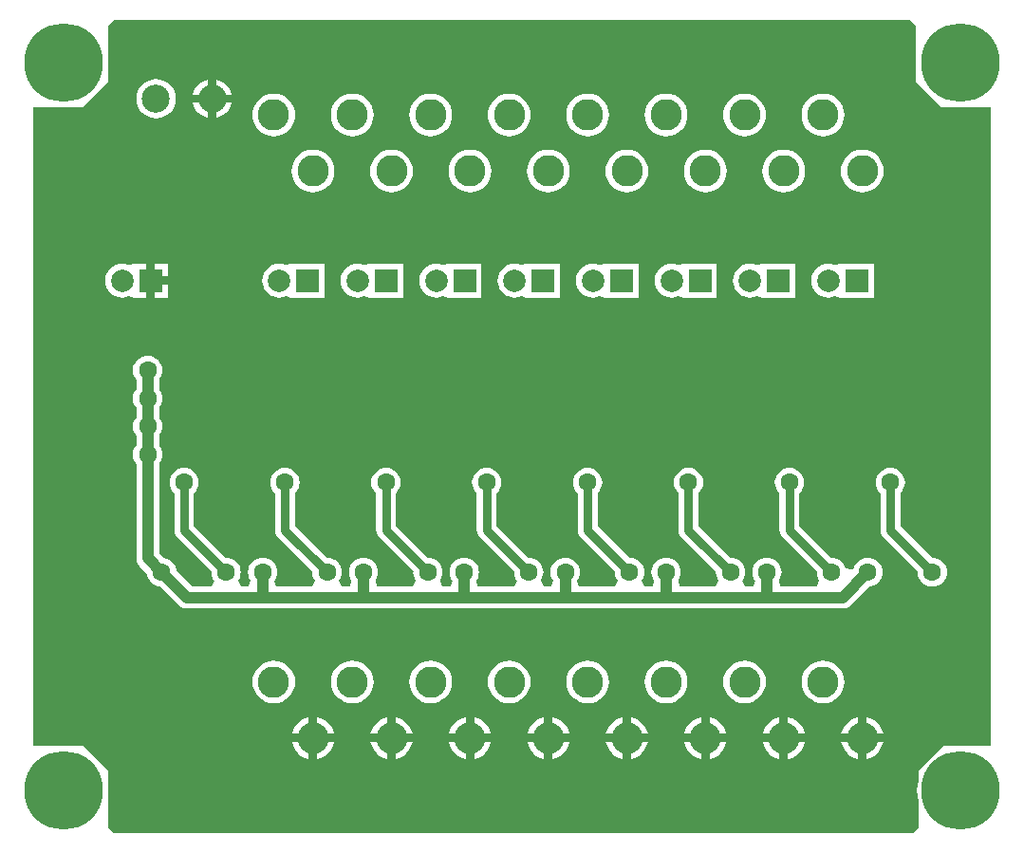
<source format=gbl>
G04 Layer_Physical_Order=2*
G04 Layer_Color=16711680*
%FSLAX25Y25*%
%MOIN*%
G70*
G01*
G75*
%ADD10C,0.03937*%
%ADD11C,0.02953*%
%ADD12C,0.09843*%
%ADD13C,0.27559*%
%ADD14C,0.11024*%
%ADD15C,0.07874*%
%ADD16R,0.07874X0.07874*%
%ADD17C,0.06299*%
G36*
X316929Y290354D02*
X318898Y288386D01*
X318898Y268701D01*
X327756Y259842D01*
X345472Y259842D01*
Y35433D01*
X328740Y35433D01*
X319882Y26575D01*
Y23157D01*
X319586Y21668D01*
X319456Y19685D01*
X319586Y17702D01*
X319882Y16213D01*
X319882Y6890D01*
X317913Y4921D01*
X37402D01*
X35433Y6890D01*
X35433Y26575D01*
X26575Y35433D01*
X8858Y35433D01*
Y259842D01*
X26575Y259842D01*
X35433Y268701D01*
X35433Y288386D01*
X37402Y290354D01*
X316929D01*
D02*
G37*
%LPC*%
G36*
X301673Y45558D02*
Y39665D01*
X307566D01*
X307141Y41065D01*
X306447Y42365D01*
X305512Y43504D01*
X304373Y44439D01*
X303073Y45133D01*
X301673Y45558D01*
D02*
G37*
G36*
X163878D02*
Y39665D01*
X169771D01*
X169346Y41065D01*
X168651Y42365D01*
X167717Y43504D01*
X166577Y44439D01*
X165278Y45133D01*
X163878Y45558D01*
D02*
G37*
G36*
X133366Y45558D02*
X131966Y45133D01*
X130667Y44439D01*
X129527Y43504D01*
X128593Y42365D01*
X127898Y41065D01*
X127473Y39665D01*
X133366D01*
Y45558D01*
D02*
G37*
G36*
X216043D02*
X214643Y45133D01*
X213344Y44439D01*
X212205Y43504D01*
X211270Y42365D01*
X210575Y41065D01*
X210151Y39665D01*
X216043D01*
Y45558D01*
D02*
G37*
G36*
X298721D02*
X297320Y45133D01*
X296021Y44439D01*
X294882Y43504D01*
X293947Y42365D01*
X293252Y41065D01*
X292828Y39665D01*
X298721D01*
Y45558D01*
D02*
G37*
G36*
X108760Y45558D02*
Y39665D01*
X114653D01*
X114228Y41065D01*
X113533Y42365D01*
X112598Y43504D01*
X111459Y44439D01*
X110160Y45133D01*
X108760Y45558D01*
D02*
G37*
G36*
X243602D02*
X242202Y45133D01*
X240903Y44439D01*
X239764Y43504D01*
X238829Y42365D01*
X238134Y41065D01*
X237710Y39665D01*
X243602D01*
Y45558D01*
D02*
G37*
G36*
X160925Y45558D02*
X159525Y45133D01*
X158226Y44439D01*
X157087Y43504D01*
X156152Y42365D01*
X155457Y41065D01*
X155033Y39665D01*
X160925D01*
Y45558D01*
D02*
G37*
G36*
X246555Y45558D02*
Y39665D01*
X252448D01*
X252023Y41065D01*
X251328Y42365D01*
X250394Y43504D01*
X249255Y44439D01*
X247955Y45133D01*
X246555Y45558D01*
D02*
G37*
G36*
X148622Y65390D02*
X147156Y65246D01*
X145746Y64818D01*
X144446Y64124D01*
X143307Y63189D01*
X142372Y62050D01*
X141678Y60751D01*
X141250Y59340D01*
X141105Y57874D01*
X141250Y56408D01*
X141678Y54998D01*
X142372Y53698D01*
X143307Y52559D01*
X144446Y51624D01*
X145746Y50930D01*
X147156Y50502D01*
X148622Y50358D01*
X150088Y50502D01*
X151498Y50930D01*
X152798Y51624D01*
X153937Y52559D01*
X154872Y53698D01*
X155566Y54998D01*
X155994Y56408D01*
X156139Y57874D01*
X155994Y59340D01*
X155566Y60751D01*
X154872Y62050D01*
X153937Y63189D01*
X152798Y64124D01*
X151498Y64818D01*
X150088Y65246D01*
X148622Y65390D01*
D02*
G37*
G36*
X121063D02*
X119597Y65246D01*
X118187Y64818D01*
X116887Y64124D01*
X115748Y63189D01*
X114813Y62050D01*
X114119Y60751D01*
X113691Y59340D01*
X113547Y57874D01*
X113691Y56408D01*
X114119Y54998D01*
X114813Y53698D01*
X115748Y52559D01*
X116887Y51624D01*
X118187Y50930D01*
X119597Y50502D01*
X121063Y50358D01*
X122529Y50502D01*
X123939Y50930D01*
X125239Y51624D01*
X126378Y52559D01*
X127313Y53698D01*
X128007Y54998D01*
X128435Y56408D01*
X128579Y57874D01*
X128435Y59340D01*
X128007Y60751D01*
X127313Y62050D01*
X126378Y63189D01*
X125239Y64124D01*
X123939Y64818D01*
X122529Y65246D01*
X121063Y65390D01*
D02*
G37*
G36*
X203740D02*
X202274Y65246D01*
X200864Y64818D01*
X199564Y64124D01*
X198425Y63189D01*
X197490Y62050D01*
X196796Y60751D01*
X196368Y59340D01*
X196224Y57874D01*
X196368Y56408D01*
X196796Y54998D01*
X197490Y53698D01*
X198425Y52559D01*
X199564Y51624D01*
X200864Y50930D01*
X202274Y50502D01*
X203740Y50358D01*
X205207Y50502D01*
X206617Y50930D01*
X207916Y51624D01*
X209055Y52559D01*
X209990Y53698D01*
X210684Y54998D01*
X211112Y56408D01*
X211257Y57874D01*
X211112Y59340D01*
X210684Y60751D01*
X209990Y62050D01*
X209055Y63189D01*
X207916Y64124D01*
X206617Y64818D01*
X205207Y65246D01*
X203740Y65390D01*
D02*
G37*
G36*
X176181D02*
X174715Y65246D01*
X173305Y64818D01*
X172005Y64124D01*
X170866Y63189D01*
X169931Y62050D01*
X169237Y60751D01*
X168809Y59340D01*
X168665Y57874D01*
X168809Y56408D01*
X169237Y54998D01*
X169931Y53698D01*
X170866Y52559D01*
X172005Y51624D01*
X173305Y50930D01*
X174715Y50502D01*
X176181Y50358D01*
X177647Y50502D01*
X179058Y50930D01*
X180357Y51624D01*
X181496Y52559D01*
X182431Y53698D01*
X183125Y54998D01*
X183553Y56408D01*
X183698Y57874D01*
X183553Y59340D01*
X183125Y60751D01*
X182431Y62050D01*
X181496Y63189D01*
X180357Y64124D01*
X179058Y64818D01*
X177647Y65246D01*
X176181Y65390D01*
D02*
G37*
G36*
X93504D02*
X92037Y65246D01*
X90627Y64818D01*
X89328Y64124D01*
X88189Y63189D01*
X87254Y62050D01*
X86560Y60751D01*
X86132Y59340D01*
X85987Y57874D01*
X86132Y56408D01*
X86560Y54998D01*
X87254Y53698D01*
X88189Y52559D01*
X89328Y51624D01*
X90627Y50930D01*
X92037Y50502D01*
X93504Y50358D01*
X94970Y50502D01*
X96380Y50930D01*
X97680Y51624D01*
X98819Y52559D01*
X99754Y53698D01*
X100448Y54998D01*
X100876Y56408D01*
X101020Y57874D01*
X100876Y59340D01*
X100448Y60751D01*
X99754Y62050D01*
X98819Y63189D01*
X97680Y64124D01*
X96380Y64818D01*
X94970Y65246D01*
X93504Y65390D01*
D02*
G37*
G36*
X218996Y45558D02*
Y39665D01*
X224889D01*
X224464Y41065D01*
X223769Y42365D01*
X222835Y43504D01*
X221696Y44439D01*
X220396Y45133D01*
X218996Y45558D01*
D02*
G37*
G36*
X136319D02*
Y39665D01*
X142212D01*
X141787Y41065D01*
X141092Y42365D01*
X140157Y43504D01*
X139018Y44439D01*
X137719Y45133D01*
X136319Y45558D01*
D02*
G37*
G36*
X191437Y45558D02*
Y39665D01*
X197330D01*
X196905Y41065D01*
X196210Y42365D01*
X195276Y43504D01*
X194137Y44439D01*
X192837Y45133D01*
X191437Y45558D01*
D02*
G37*
G36*
X188484Y45558D02*
X187084Y45133D01*
X185785Y44439D01*
X184646Y43504D01*
X183711Y42365D01*
X183016Y41065D01*
X182592Y39665D01*
X188484D01*
Y45558D01*
D02*
G37*
G36*
X105807Y45558D02*
X104407Y45133D01*
X103108Y44439D01*
X101969Y43504D01*
X101034Y42365D01*
X100339Y41065D01*
X99914Y39665D01*
X105807D01*
Y45558D01*
D02*
G37*
G36*
Y36713D02*
X99914D01*
X100339Y35313D01*
X101034Y34013D01*
X101969Y32874D01*
X103108Y31939D01*
X104407Y31245D01*
X105807Y30820D01*
Y36713D01*
D02*
G37*
G36*
X280007Y36713D02*
X274114D01*
Y30820D01*
X275514Y31245D01*
X276814Y31939D01*
X277953Y32874D01*
X278888Y34013D01*
X279582Y35313D01*
X280007Y36713D01*
D02*
G37*
G36*
X114653Y36713D02*
X108760D01*
Y30820D01*
X110160Y31245D01*
X111459Y31939D01*
X112598Y32874D01*
X113533Y34013D01*
X114228Y35313D01*
X114653Y36713D01*
D02*
G37*
G36*
X243602D02*
X237710D01*
X238134Y35313D01*
X238829Y34013D01*
X239764Y32874D01*
X240903Y31939D01*
X242202Y31245D01*
X243602Y30820D01*
Y36713D01*
D02*
G37*
G36*
X160925Y36713D02*
X155033D01*
X155457Y35313D01*
X156152Y34013D01*
X157087Y32874D01*
X158226Y31939D01*
X159525Y31245D01*
X160925Y30820D01*
Y36713D01*
D02*
G37*
G36*
X133366Y36713D02*
X127473D01*
X127898Y35313D01*
X128593Y34013D01*
X129527Y32874D01*
X130667Y31939D01*
X131966Y31245D01*
X133366Y30820D01*
Y36713D01*
D02*
G37*
G36*
X188484Y36713D02*
X182592D01*
X183016Y35313D01*
X183711Y34013D01*
X184646Y32874D01*
X185785Y31939D01*
X187084Y31245D01*
X188484Y30820D01*
Y36713D01*
D02*
G37*
G36*
X298721Y36713D02*
X292828D01*
X293252Y35313D01*
X293947Y34013D01*
X294882Y32874D01*
X296021Y31939D01*
X297320Y31245D01*
X298721Y30820D01*
Y36713D01*
D02*
G37*
G36*
X216043Y36713D02*
X210151D01*
X210575Y35313D01*
X211270Y34013D01*
X212205Y32874D01*
X213344Y31939D01*
X214643Y31245D01*
X216043Y30820D01*
Y36713D01*
D02*
G37*
G36*
X197330Y36713D02*
X191437D01*
Y30820D01*
X192837Y31245D01*
X194137Y31939D01*
X195276Y32874D01*
X196210Y34013D01*
X196905Y35313D01*
X197330Y36713D01*
D02*
G37*
G36*
X142212Y36713D02*
X136319D01*
Y30820D01*
X137719Y31245D01*
X139018Y31939D01*
X140157Y32874D01*
X141092Y34013D01*
X141787Y35313D01*
X142212Y36713D01*
D02*
G37*
G36*
X274114Y45558D02*
Y39665D01*
X280007D01*
X279582Y41065D01*
X278888Y42365D01*
X277953Y43504D01*
X276814Y44439D01*
X275514Y45133D01*
X274114Y45558D01*
D02*
G37*
G36*
X271161Y45558D02*
X269761Y45133D01*
X268462Y44439D01*
X267323Y43504D01*
X266388Y42365D01*
X265693Y41065D01*
X265269Y39665D01*
X271161D01*
Y45558D01*
D02*
G37*
G36*
X224889Y36713D02*
X218996D01*
Y30820D01*
X220396Y31245D01*
X221696Y31939D01*
X222835Y32874D01*
X223769Y34013D01*
X224464Y35313D01*
X224889Y36713D01*
D02*
G37*
G36*
X271161Y36713D02*
X265269D01*
X265693Y35313D01*
X266388Y34013D01*
X267323Y32874D01*
X268462Y31939D01*
X269761Y31245D01*
X271161Y30820D01*
Y36713D01*
D02*
G37*
G36*
X252448Y36713D02*
X246555D01*
Y30820D01*
X247955Y31245D01*
X249255Y31939D01*
X250394Y32874D01*
X251328Y34013D01*
X252023Y35313D01*
X252448Y36713D01*
D02*
G37*
G36*
X307566Y36713D02*
X301673D01*
Y30820D01*
X303073Y31245D01*
X304373Y31939D01*
X305512Y32874D01*
X306447Y34013D01*
X307141Y35313D01*
X307566Y36713D01*
D02*
G37*
G36*
X169771D02*
X163878D01*
Y30820D01*
X165278Y31245D01*
X166577Y31939D01*
X167717Y32874D01*
X168651Y34013D01*
X169346Y35313D01*
X169771Y36713D01*
D02*
G37*
G36*
X121063Y264603D02*
X119597Y264459D01*
X118187Y264031D01*
X116887Y263336D01*
X115748Y262402D01*
X114813Y261263D01*
X114119Y259963D01*
X113691Y258553D01*
X113547Y257087D01*
X113691Y255620D01*
X114119Y254210D01*
X114813Y252911D01*
X115748Y251772D01*
X116887Y250837D01*
X118187Y250142D01*
X119597Y249714D01*
X121063Y249570D01*
X122529Y249714D01*
X123939Y250142D01*
X125239Y250837D01*
X126378Y251772D01*
X127313Y252911D01*
X128007Y254210D01*
X128435Y255620D01*
X128579Y257087D01*
X128435Y258553D01*
X128007Y259963D01*
X127313Y261263D01*
X126378Y262402D01*
X125239Y263336D01*
X123939Y264031D01*
X122529Y264459D01*
X121063Y264603D01*
D02*
G37*
G36*
X93504D02*
X92037Y264459D01*
X90627Y264031D01*
X89328Y263336D01*
X88189Y262402D01*
X87254Y261263D01*
X86560Y259963D01*
X86132Y258553D01*
X85987Y257087D01*
X86132Y255620D01*
X86560Y254210D01*
X87254Y252911D01*
X88189Y251772D01*
X89328Y250837D01*
X90627Y250142D01*
X92037Y249714D01*
X93504Y249570D01*
X94970Y249714D01*
X96380Y250142D01*
X97680Y250837D01*
X98819Y251772D01*
X99754Y252911D01*
X100448Y254210D01*
X100876Y255620D01*
X101020Y257087D01*
X100876Y258553D01*
X100448Y259963D01*
X99754Y261263D01*
X98819Y262402D01*
X97680Y263336D01*
X96380Y264031D01*
X94970Y264459D01*
X93504Y264603D01*
D02*
G37*
G36*
X176181D02*
X174715Y264459D01*
X173305Y264031D01*
X172005Y263336D01*
X170866Y262402D01*
X169931Y261263D01*
X169237Y259963D01*
X168809Y258553D01*
X168665Y257087D01*
X168809Y255620D01*
X169237Y254210D01*
X169931Y252911D01*
X170866Y251772D01*
X172005Y250837D01*
X173305Y250142D01*
X174715Y249714D01*
X176181Y249570D01*
X177647Y249714D01*
X179058Y250142D01*
X180357Y250837D01*
X181496Y251772D01*
X182431Y252911D01*
X183125Y254210D01*
X183553Y255620D01*
X183698Y257087D01*
X183553Y258553D01*
X183125Y259963D01*
X182431Y261263D01*
X181496Y262402D01*
X180357Y263336D01*
X179058Y264031D01*
X177647Y264459D01*
X176181Y264603D01*
D02*
G37*
G36*
X148622D02*
X147156Y264459D01*
X145746Y264031D01*
X144446Y263336D01*
X143307Y262402D01*
X142372Y261263D01*
X141678Y259963D01*
X141250Y258553D01*
X141105Y257087D01*
X141250Y255620D01*
X141678Y254210D01*
X142372Y252911D01*
X143307Y251772D01*
X144446Y250837D01*
X145746Y250142D01*
X147156Y249714D01*
X148622Y249570D01*
X150088Y249714D01*
X151498Y250142D01*
X152798Y250837D01*
X153937Y251772D01*
X154872Y252911D01*
X155566Y254210D01*
X155994Y255620D01*
X156139Y257087D01*
X155994Y258553D01*
X155566Y259963D01*
X154872Y261263D01*
X153937Y262402D01*
X152798Y263336D01*
X151498Y264031D01*
X150088Y264459D01*
X148622Y264603D01*
D02*
G37*
G36*
X300197Y244918D02*
X298730Y244774D01*
X297320Y244346D01*
X296021Y243651D01*
X294882Y242717D01*
X293947Y241578D01*
X293252Y240278D01*
X292825Y238868D01*
X292680Y237402D01*
X292825Y235935D01*
X293252Y234525D01*
X293947Y233226D01*
X294882Y232087D01*
X296021Y231152D01*
X297320Y230457D01*
X298730Y230030D01*
X300197Y229885D01*
X301663Y230030D01*
X303073Y230457D01*
X304373Y231152D01*
X305512Y232087D01*
X306447Y233226D01*
X307141Y234525D01*
X307569Y235935D01*
X307713Y237402D01*
X307569Y238868D01*
X307141Y240278D01*
X306447Y241578D01*
X305512Y242717D01*
X304373Y243651D01*
X303073Y244346D01*
X301663Y244774D01*
X300197Y244918D01*
D02*
G37*
G36*
X217520D02*
X216053Y244774D01*
X214643Y244346D01*
X213344Y243651D01*
X212205Y242717D01*
X211270Y241578D01*
X210575Y240278D01*
X210148Y238868D01*
X210003Y237402D01*
X210148Y235935D01*
X210575Y234525D01*
X211270Y233226D01*
X212205Y232087D01*
X213344Y231152D01*
X214643Y230457D01*
X216053Y230030D01*
X217520Y229885D01*
X218986Y230030D01*
X220396Y230457D01*
X221696Y231152D01*
X222835Y232087D01*
X223769Y233226D01*
X224464Y234525D01*
X224892Y235935D01*
X225036Y237402D01*
X224892Y238868D01*
X224464Y240278D01*
X223769Y241578D01*
X222835Y242717D01*
X221696Y243651D01*
X220396Y244346D01*
X218986Y244774D01*
X217520Y244918D01*
D02*
G37*
G36*
X189961D02*
X188494Y244774D01*
X187084Y244346D01*
X185785Y243651D01*
X184646Y242717D01*
X183711Y241578D01*
X183016Y240278D01*
X182589Y238868D01*
X182444Y237402D01*
X182589Y235935D01*
X183016Y234525D01*
X183711Y233226D01*
X184646Y232087D01*
X185785Y231152D01*
X187084Y230457D01*
X188494Y230030D01*
X189961Y229885D01*
X191427Y230030D01*
X192837Y230457D01*
X194137Y231152D01*
X195276Y232087D01*
X196210Y233226D01*
X196905Y234525D01*
X197333Y235935D01*
X197477Y237402D01*
X197333Y238868D01*
X196905Y240278D01*
X196210Y241578D01*
X195276Y242717D01*
X194137Y243651D01*
X192837Y244346D01*
X191427Y244774D01*
X189961Y244918D01*
D02*
G37*
G36*
X272638D02*
X271171Y244774D01*
X269761Y244346D01*
X268462Y243651D01*
X267323Y242717D01*
X266388Y241578D01*
X265693Y240278D01*
X265266Y238868D01*
X265121Y237402D01*
X265266Y235935D01*
X265693Y234525D01*
X266388Y233226D01*
X267323Y232087D01*
X268462Y231152D01*
X269761Y230457D01*
X271171Y230030D01*
X272638Y229885D01*
X274104Y230030D01*
X275514Y230457D01*
X276814Y231152D01*
X277953Y232087D01*
X278888Y233226D01*
X279582Y234525D01*
X280010Y235935D01*
X280154Y237402D01*
X280010Y238868D01*
X279582Y240278D01*
X278888Y241578D01*
X277953Y242717D01*
X276814Y243651D01*
X275514Y244346D01*
X274104Y244774D01*
X272638Y244918D01*
D02*
G37*
G36*
X245079D02*
X243612Y244774D01*
X242202Y244346D01*
X240903Y243651D01*
X239764Y242717D01*
X238829Y241578D01*
X238134Y240278D01*
X237707Y238868D01*
X237562Y237402D01*
X237707Y235935D01*
X238134Y234525D01*
X238829Y233226D01*
X239764Y232087D01*
X240903Y231152D01*
X242202Y230457D01*
X243612Y230030D01*
X245079Y229885D01*
X246545Y230030D01*
X247955Y230457D01*
X249255Y231152D01*
X250394Y232087D01*
X251328Y233226D01*
X252023Y234525D01*
X252451Y235935D01*
X252595Y237402D01*
X252451Y238868D01*
X252023Y240278D01*
X251328Y241578D01*
X250394Y242717D01*
X249255Y243651D01*
X247955Y244346D01*
X246545Y244774D01*
X245079Y244918D01*
D02*
G37*
G36*
X78602Y261319D02*
X73327D01*
Y256043D01*
X74500Y256399D01*
X75697Y257039D01*
X76746Y257900D01*
X77607Y258949D01*
X78246Y260146D01*
X78602Y261319D01*
D02*
G37*
G36*
X70374D02*
X65099D01*
X65454Y260146D01*
X66094Y258949D01*
X66955Y257900D01*
X68004Y257039D01*
X69201Y256399D01*
X70374Y256043D01*
Y261319D01*
D02*
G37*
G36*
X73327Y269547D02*
Y264272D01*
X78602D01*
X78246Y265445D01*
X77607Y266642D01*
X76746Y267691D01*
X75697Y268552D01*
X74500Y269191D01*
X73327Y269547D01*
D02*
G37*
G36*
X70374D02*
X69201Y269191D01*
X68004Y268552D01*
X66955Y267691D01*
X66094Y266642D01*
X65454Y265445D01*
X65099Y264272D01*
X70374D01*
Y269547D01*
D02*
G37*
G36*
X52165Y269718D02*
X50815Y269585D01*
X49516Y269191D01*
X48319Y268552D01*
X47270Y267691D01*
X46409Y266642D01*
X45769Y265445D01*
X45375Y264146D01*
X45242Y262795D01*
X45375Y261445D01*
X45769Y260146D01*
X46409Y258949D01*
X47270Y257900D01*
X48319Y257039D01*
X49516Y256399D01*
X50815Y256005D01*
X52165Y255872D01*
X53516Y256005D01*
X54815Y256399D01*
X56012Y257039D01*
X57061Y257900D01*
X57922Y258949D01*
X58561Y260146D01*
X58955Y261445D01*
X59088Y262795D01*
X58955Y264146D01*
X58561Y265445D01*
X57922Y266642D01*
X57061Y267691D01*
X56012Y268552D01*
X54815Y269191D01*
X53516Y269585D01*
X52165Y269718D01*
D02*
G37*
G36*
X231299Y264603D02*
X229833Y264459D01*
X228423Y264031D01*
X227123Y263336D01*
X225984Y262402D01*
X225049Y261263D01*
X224355Y259963D01*
X223927Y258553D01*
X223783Y257087D01*
X223927Y255620D01*
X224355Y254210D01*
X225049Y252911D01*
X225984Y251772D01*
X227123Y250837D01*
X228423Y250142D01*
X229833Y249714D01*
X231299Y249570D01*
X232766Y249714D01*
X234176Y250142D01*
X235475Y250837D01*
X236614Y251772D01*
X237549Y252911D01*
X238244Y254210D01*
X238671Y255620D01*
X238816Y257087D01*
X238671Y258553D01*
X238244Y259963D01*
X237549Y261263D01*
X236614Y262402D01*
X235475Y263336D01*
X234176Y264031D01*
X232766Y264459D01*
X231299Y264603D01*
D02*
G37*
G36*
X203740D02*
X202274Y264459D01*
X200864Y264031D01*
X199564Y263336D01*
X198425Y262402D01*
X197490Y261263D01*
X196796Y259963D01*
X196368Y258553D01*
X196224Y257087D01*
X196368Y255620D01*
X196796Y254210D01*
X197490Y252911D01*
X198425Y251772D01*
X199564Y250837D01*
X200864Y250142D01*
X202274Y249714D01*
X203740Y249570D01*
X205207Y249714D01*
X206617Y250142D01*
X207916Y250837D01*
X209055Y251772D01*
X209990Y252911D01*
X210684Y254210D01*
X211112Y255620D01*
X211257Y257087D01*
X211112Y258553D01*
X210684Y259963D01*
X209990Y261263D01*
X209055Y262402D01*
X207916Y263336D01*
X206617Y264031D01*
X205207Y264459D01*
X203740Y264603D01*
D02*
G37*
G36*
X286417D02*
X284951Y264459D01*
X283541Y264031D01*
X282241Y263336D01*
X281102Y262402D01*
X280168Y261263D01*
X279473Y259963D01*
X279045Y258553D01*
X278901Y257087D01*
X279045Y255620D01*
X279473Y254210D01*
X280168Y252911D01*
X281102Y251772D01*
X282241Y250837D01*
X283541Y250142D01*
X284951Y249714D01*
X286417Y249570D01*
X287884Y249714D01*
X289294Y250142D01*
X290593Y250837D01*
X291732Y251772D01*
X292667Y252911D01*
X293362Y254210D01*
X293789Y255620D01*
X293934Y257087D01*
X293789Y258553D01*
X293362Y259963D01*
X292667Y261263D01*
X291732Y262402D01*
X290593Y263336D01*
X289294Y264031D01*
X287884Y264459D01*
X286417Y264603D01*
D02*
G37*
G36*
X258858D02*
X257392Y264459D01*
X255982Y264031D01*
X254682Y263336D01*
X253543Y262402D01*
X252608Y261263D01*
X251914Y259963D01*
X251486Y258553D01*
X251342Y257087D01*
X251486Y255620D01*
X251914Y254210D01*
X252608Y252911D01*
X253543Y251772D01*
X254682Y250837D01*
X255982Y250142D01*
X257392Y249714D01*
X258858Y249570D01*
X260325Y249714D01*
X261735Y250142D01*
X263034Y250837D01*
X264173Y251772D01*
X265108Y252911D01*
X265803Y254210D01*
X266230Y255620D01*
X266375Y257087D01*
X266230Y258553D01*
X265803Y259963D01*
X265108Y261263D01*
X264173Y262402D01*
X263034Y263336D01*
X261735Y264031D01*
X260325Y264459D01*
X258858Y264603D01*
D02*
G37*
G36*
X162402Y244918D02*
X160935Y244774D01*
X159525Y244346D01*
X158226Y243651D01*
X157087Y242717D01*
X156152Y241578D01*
X155457Y240278D01*
X155029Y238868D01*
X154885Y237402D01*
X155029Y235935D01*
X155457Y234525D01*
X156152Y233226D01*
X157087Y232087D01*
X158226Y231152D01*
X159525Y230457D01*
X160935Y230030D01*
X162402Y229885D01*
X163868Y230030D01*
X165278Y230457D01*
X166577Y231152D01*
X167717Y232087D01*
X168651Y233226D01*
X169346Y234525D01*
X169774Y235935D01*
X169918Y237402D01*
X169774Y238868D01*
X169346Y240278D01*
X168651Y241578D01*
X167717Y242717D01*
X166577Y243651D01*
X165278Y244346D01*
X163868Y244774D01*
X162402Y244918D01*
D02*
G37*
G36*
X95394Y204753D02*
X94236Y204639D01*
X93123Y204301D01*
X92097Y203753D01*
X91198Y203015D01*
X90460Y202116D01*
X89911Y201090D01*
X89574Y199977D01*
X89460Y198819D01*
X89574Y197661D01*
X89911Y196548D01*
X90460Y195522D01*
X91198Y194623D01*
X92097Y193885D01*
X93123Y193336D01*
X94236Y192999D01*
X95394Y192885D01*
X96551Y192999D01*
X97520Y193293D01*
X97850Y193293D01*
X99488Y192913D01*
Y192913D01*
X111299D01*
Y204724D01*
X99488D01*
Y204724D01*
X97850Y204344D01*
X97520Y204345D01*
X96551Y204639D01*
X95394Y204753D01*
D02*
G37*
G36*
X40276D02*
X39118Y204639D01*
X38005Y204301D01*
X36979Y203753D01*
X36080Y203015D01*
X35342Y202116D01*
X34793Y201090D01*
X34455Y199977D01*
X34341Y198819D01*
X34455Y197661D01*
X34793Y196548D01*
X35342Y195522D01*
X36080Y194623D01*
X36979Y193885D01*
X38005Y193336D01*
X39118Y192999D01*
X40276Y192885D01*
X41433Y192999D01*
X42402Y193293D01*
X42732Y193293D01*
X44370Y192913D01*
Y192913D01*
X48799D01*
Y198819D01*
Y204724D01*
X44370D01*
Y204724D01*
X42732Y204344D01*
X42402Y204345D01*
X41433Y204639D01*
X40276Y204753D01*
D02*
G37*
G36*
X150512D02*
X149354Y204639D01*
X148241Y204301D01*
X147215Y203753D01*
X146316Y203015D01*
X145578Y202116D01*
X145029Y201090D01*
X144692Y199977D01*
X144578Y198819D01*
X144692Y197661D01*
X145029Y196548D01*
X145578Y195522D01*
X146316Y194623D01*
X147215Y193885D01*
X148241Y193336D01*
X149354Y192999D01*
X150512Y192885D01*
X151670Y192999D01*
X152638Y193293D01*
X152969Y193293D01*
X154606Y192913D01*
Y192913D01*
X166417D01*
Y204724D01*
X154606D01*
Y204724D01*
X152969Y204344D01*
X152638Y204345D01*
X151670Y204639D01*
X150512Y204753D01*
D02*
G37*
G36*
X122953D02*
X121795Y204639D01*
X120682Y204301D01*
X119656Y203753D01*
X118757Y203015D01*
X118019Y202116D01*
X117470Y201090D01*
X117133Y199977D01*
X117019Y198819D01*
X117133Y197661D01*
X117470Y196548D01*
X118019Y195522D01*
X118757Y194623D01*
X119656Y193885D01*
X120682Y193336D01*
X121795Y192999D01*
X122953Y192885D01*
X124110Y192999D01*
X125079Y193293D01*
X125409Y193293D01*
X127047Y192913D01*
Y192913D01*
X138858D01*
Y204724D01*
X127047D01*
Y204724D01*
X125409Y204344D01*
X125079Y204345D01*
X124110Y204639D01*
X122953Y204753D01*
D02*
G37*
G36*
X310039Y133096D02*
X309036Y132997D01*
X308071Y132704D01*
X307182Y132229D01*
X306403Y131589D01*
X305763Y130810D01*
X305288Y129921D01*
X304995Y128956D01*
X304896Y127953D01*
X304995Y126949D01*
X305288Y125985D01*
X305763Y125095D01*
X306403Y124316D01*
X306565Y124183D01*
Y111221D01*
X306683Y110321D01*
X307030Y109483D01*
X307582Y108764D01*
X319681Y96665D01*
X319660Y96457D01*
X319759Y95453D01*
X320052Y94489D01*
X320527Y93599D01*
X321167Y92820D01*
X321946Y92181D01*
X322835Y91705D01*
X323800Y91413D01*
X324803Y91314D01*
X325806Y91413D01*
X326771Y91705D01*
X327660Y92181D01*
X328440Y92820D01*
X329079Y93599D01*
X329555Y94489D01*
X329847Y95453D01*
X329946Y96457D01*
X329847Y97460D01*
X329555Y98425D01*
X329079Y99314D01*
X328440Y100093D01*
X327660Y100733D01*
X326771Y101208D01*
X325806Y101501D01*
X324803Y101600D01*
X324595Y101579D01*
X313514Y112660D01*
Y124183D01*
X313676Y124316D01*
X314316Y125095D01*
X314791Y125985D01*
X315083Y126949D01*
X315182Y127953D01*
X315083Y128956D01*
X314791Y129921D01*
X314316Y130810D01*
X313676Y131589D01*
X312897Y132229D01*
X312007Y132704D01*
X311043Y132997D01*
X310039Y133096D01*
D02*
G37*
G36*
X258858Y65390D02*
X257392Y65246D01*
X255982Y64818D01*
X254682Y64124D01*
X253543Y63189D01*
X252608Y62050D01*
X251914Y60751D01*
X251486Y59340D01*
X251342Y57874D01*
X251486Y56408D01*
X251914Y54998D01*
X252608Y53698D01*
X253543Y52559D01*
X254682Y51624D01*
X255982Y50930D01*
X257392Y50502D01*
X258858Y50358D01*
X260325Y50502D01*
X261735Y50930D01*
X263034Y51624D01*
X264173Y52559D01*
X265108Y53698D01*
X265803Y54998D01*
X266230Y56408D01*
X266375Y57874D01*
X266230Y59340D01*
X265803Y60751D01*
X265108Y62050D01*
X264173Y63189D01*
X263034Y64124D01*
X261735Y64818D01*
X260325Y65246D01*
X258858Y65390D01*
D02*
G37*
G36*
X231299D02*
X229833Y65246D01*
X228423Y64818D01*
X227123Y64124D01*
X225984Y63189D01*
X225049Y62050D01*
X224355Y60751D01*
X223927Y59340D01*
X223783Y57874D01*
X223927Y56408D01*
X224355Y54998D01*
X225049Y53698D01*
X225984Y52559D01*
X227123Y51624D01*
X228423Y50930D01*
X229833Y50502D01*
X231299Y50358D01*
X232766Y50502D01*
X234176Y50930D01*
X235475Y51624D01*
X236614Y52559D01*
X237549Y53698D01*
X238244Y54998D01*
X238671Y56408D01*
X238816Y57874D01*
X238671Y59340D01*
X238244Y60751D01*
X237549Y62050D01*
X236614Y63189D01*
X235475Y64124D01*
X234176Y64818D01*
X232766Y65246D01*
X231299Y65390D01*
D02*
G37*
G36*
X49213Y172466D02*
X48209Y172367D01*
X47245Y172074D01*
X46355Y171599D01*
X45576Y170959D01*
X44936Y170180D01*
X44461Y169291D01*
X44169Y168326D01*
X44070Y167323D01*
X44169Y166320D01*
X44461Y165355D01*
X44936Y164466D01*
X45242Y164094D01*
Y160709D01*
X44936Y160337D01*
X44461Y159448D01*
X44169Y158484D01*
X44070Y157480D01*
X44169Y156477D01*
X44461Y155512D01*
X44936Y154623D01*
X45242Y154251D01*
Y150867D01*
X44936Y150495D01*
X44461Y149606D01*
X44169Y148641D01*
X44070Y147638D01*
X44169Y146634D01*
X44461Y145670D01*
X44936Y144781D01*
X45242Y144409D01*
Y141024D01*
X44936Y140653D01*
X44461Y139763D01*
X44169Y138799D01*
X44070Y137795D01*
X44169Y136792D01*
X44461Y135827D01*
X44936Y134938D01*
X45242Y134566D01*
Y101378D01*
X45377Y100350D01*
X45774Y99392D01*
X46405Y98570D01*
X49043Y95932D01*
X49090Y95453D01*
X49382Y94489D01*
X49858Y93599D01*
X50497Y92820D01*
X51277Y92181D01*
X52166Y91705D01*
X53131Y91413D01*
X53609Y91365D01*
X60184Y84790D01*
X61007Y84159D01*
X61964Y83763D01*
X62992Y83627D01*
X293307D01*
X294335Y83763D01*
X295293Y84159D01*
X296115Y84790D01*
X302690Y91365D01*
X303169Y91413D01*
X304133Y91705D01*
X305023Y92181D01*
X305802Y92820D01*
X306441Y93599D01*
X306917Y94489D01*
X307209Y95453D01*
X307308Y96457D01*
X307209Y97460D01*
X306917Y98425D01*
X306441Y99314D01*
X305802Y100093D01*
X305023Y100733D01*
X304133Y101208D01*
X303169Y101501D01*
X302165Y101600D01*
X301162Y101501D01*
X300197Y101208D01*
X299308Y100733D01*
X298529Y100093D01*
X297889Y99314D01*
X297414Y98425D01*
X297236Y97838D01*
X296404Y97338D01*
X295818Y97374D01*
X294868Y97723D01*
X294170Y98264D01*
X294122Y98425D01*
X293646Y99314D01*
X293007Y100093D01*
X292227Y100733D01*
X291338Y101208D01*
X290373Y101501D01*
X289370Y101600D01*
X289162Y101579D01*
X278081Y112660D01*
Y124183D01*
X278243Y124316D01*
X278882Y125095D01*
X279358Y125985D01*
X279650Y126949D01*
X279749Y127953D01*
X279650Y128956D01*
X279358Y129921D01*
X278882Y130810D01*
X278243Y131589D01*
X277464Y132229D01*
X276574Y132704D01*
X275610Y132997D01*
X274606Y133096D01*
X273603Y132997D01*
X272638Y132704D01*
X271749Y132229D01*
X270970Y131589D01*
X270330Y130810D01*
X269855Y129921D01*
X269562Y128956D01*
X269463Y127953D01*
X269562Y126949D01*
X269855Y125985D01*
X270330Y125095D01*
X270970Y124316D01*
X271132Y124183D01*
Y111221D01*
X271250Y110321D01*
X271597Y109483D01*
X272149Y108764D01*
X284248Y96665D01*
X284227Y96457D01*
X284326Y95453D01*
X284619Y94489D01*
X285094Y93599D01*
X285144Y93538D01*
X284215Y91569D01*
X271459D01*
X270958Y93538D01*
X271008Y93599D01*
X271484Y94489D01*
X271776Y95453D01*
X271875Y96457D01*
X271776Y97460D01*
X271484Y98425D01*
X271008Y99314D01*
X270369Y100093D01*
X269589Y100733D01*
X268700Y101208D01*
X267736Y101501D01*
X266732Y101600D01*
X265729Y101501D01*
X264764Y101208D01*
X263875Y100733D01*
X263096Y100093D01*
X262456Y99314D01*
X261981Y98425D01*
X261688Y97460D01*
X261589Y96457D01*
X261688Y95453D01*
X261981Y94489D01*
X262456Y93599D01*
X262507Y93538D01*
X262006Y91569D01*
X259092D01*
X258163Y93538D01*
X258213Y93599D01*
X258688Y94489D01*
X258981Y95453D01*
X259080Y96457D01*
X258981Y97460D01*
X258688Y98425D01*
X258213Y99314D01*
X257574Y100093D01*
X256794Y100733D01*
X255905Y101208D01*
X254940Y101501D01*
X253937Y101600D01*
X253729Y101579D01*
X242648Y112660D01*
Y124183D01*
X242810Y124316D01*
X243449Y125095D01*
X243925Y125985D01*
X244217Y126949D01*
X244316Y127953D01*
X244217Y128956D01*
X243925Y129921D01*
X243449Y130810D01*
X242810Y131589D01*
X242031Y132229D01*
X241141Y132704D01*
X240177Y132997D01*
X239173Y133096D01*
X238170Y132997D01*
X237205Y132704D01*
X236316Y132229D01*
X235537Y131589D01*
X234897Y130810D01*
X234422Y129921D01*
X234129Y128956D01*
X234030Y127953D01*
X234129Y126949D01*
X234422Y125985D01*
X234897Y125095D01*
X235537Y124316D01*
X235699Y124183D01*
Y111221D01*
X235817Y110321D01*
X236164Y109483D01*
X236716Y108764D01*
X248815Y96665D01*
X248794Y96457D01*
X248893Y95453D01*
X249186Y94489D01*
X249661Y93599D01*
X249711Y93538D01*
X248782Y91569D01*
X236026D01*
X235525Y93538D01*
X235575Y93599D01*
X236051Y94489D01*
X236343Y95453D01*
X236442Y96457D01*
X236343Y97460D01*
X236051Y98425D01*
X235575Y99314D01*
X234936Y100093D01*
X234156Y100733D01*
X233267Y101208D01*
X232302Y101501D01*
X231299Y101600D01*
X230296Y101501D01*
X229331Y101208D01*
X228442Y100733D01*
X227663Y100093D01*
X227023Y99314D01*
X226548Y98425D01*
X226255Y97460D01*
X226156Y96457D01*
X226255Y95453D01*
X226548Y94489D01*
X227023Y93599D01*
X227074Y93538D01*
X226573Y91569D01*
X223658D01*
X222729Y93538D01*
X222780Y93599D01*
X223255Y94489D01*
X223548Y95453D01*
X223647Y96457D01*
X223548Y97460D01*
X223255Y98425D01*
X222780Y99314D01*
X222141Y100093D01*
X221361Y100733D01*
X220472Y101208D01*
X219507Y101501D01*
X218504Y101600D01*
X218295Y101579D01*
X207215Y112660D01*
Y124183D01*
X207377Y124316D01*
X208016Y125095D01*
X208491Y125985D01*
X208784Y126949D01*
X208883Y127953D01*
X208784Y128956D01*
X208491Y129921D01*
X208016Y130810D01*
X207377Y131589D01*
X206597Y132229D01*
X205708Y132704D01*
X204744Y132997D01*
X203740Y133096D01*
X202737Y132997D01*
X201772Y132704D01*
X200883Y132229D01*
X200104Y131589D01*
X199464Y130810D01*
X198989Y129921D01*
X198696Y128956D01*
X198597Y127953D01*
X198696Y126949D01*
X198989Y125985D01*
X199464Y125095D01*
X200104Y124316D01*
X200266Y124183D01*
Y111221D01*
X200384Y110321D01*
X200731Y109483D01*
X201283Y108764D01*
X213382Y96665D01*
X213361Y96457D01*
X213460Y95453D01*
X213753Y94489D01*
X214228Y93599D01*
X214278Y93538D01*
X213349Y91569D01*
X200593D01*
X200092Y93538D01*
X200142Y93599D01*
X200618Y94489D01*
X200910Y95453D01*
X201009Y96457D01*
X200910Y97460D01*
X200618Y98425D01*
X200142Y99314D01*
X199503Y100093D01*
X198723Y100733D01*
X197834Y101208D01*
X196870Y101501D01*
X195866Y101600D01*
X194863Y101501D01*
X193898Y101208D01*
X193009Y100733D01*
X192230Y100093D01*
X191590Y99314D01*
X191115Y98425D01*
X190822Y97460D01*
X190723Y96457D01*
X190822Y95453D01*
X191115Y94489D01*
X191590Y93599D01*
X191640Y93538D01*
X191139Y91569D01*
X188225D01*
X187296Y93538D01*
X187347Y93599D01*
X187822Y94489D01*
X188115Y95453D01*
X188214Y96457D01*
X188115Y97460D01*
X187822Y98425D01*
X187347Y99314D01*
X186707Y100093D01*
X185928Y100733D01*
X185039Y101208D01*
X184074Y101501D01*
X183071Y101600D01*
X182862Y101579D01*
X171782Y112660D01*
Y124183D01*
X171944Y124316D01*
X172583Y125095D01*
X173058Y125985D01*
X173351Y126949D01*
X173450Y127953D01*
X173351Y128956D01*
X173058Y129921D01*
X172583Y130810D01*
X171944Y131589D01*
X171164Y132229D01*
X170275Y132704D01*
X169310Y132997D01*
X168307Y133096D01*
X167304Y132997D01*
X166339Y132704D01*
X165450Y132229D01*
X164671Y131589D01*
X164031Y130810D01*
X163556Y129921D01*
X163263Y128956D01*
X163164Y127953D01*
X163263Y126949D01*
X163556Y125985D01*
X164031Y125095D01*
X164671Y124316D01*
X164832Y124183D01*
Y111221D01*
X164951Y110321D01*
X165298Y109483D01*
X165850Y108764D01*
X177948Y96665D01*
X177928Y96457D01*
X178027Y95453D01*
X178320Y94489D01*
X178795Y93599D01*
X178845Y93538D01*
X177916Y91569D01*
X165160D01*
X164659Y93538D01*
X164709Y93599D01*
X165184Y94489D01*
X165477Y95453D01*
X165576Y96457D01*
X165477Y97460D01*
X165184Y98425D01*
X164709Y99314D01*
X164070Y100093D01*
X163290Y100733D01*
X162401Y101208D01*
X161436Y101501D01*
X160433Y101600D01*
X159430Y101501D01*
X158465Y101208D01*
X157576Y100733D01*
X156797Y100093D01*
X156157Y99314D01*
X155682Y98425D01*
X155389Y97460D01*
X155290Y96457D01*
X155389Y95453D01*
X155682Y94489D01*
X156157Y93599D01*
X156208Y93538D01*
X155706Y91569D01*
X152792D01*
X151863Y93538D01*
X151914Y93599D01*
X152389Y94489D01*
X152682Y95453D01*
X152781Y96457D01*
X152682Y97460D01*
X152389Y98425D01*
X151914Y99314D01*
X151274Y100093D01*
X150495Y100733D01*
X149606Y101208D01*
X148641Y101501D01*
X147638Y101600D01*
X147429Y101579D01*
X136349Y112660D01*
Y124183D01*
X136511Y124316D01*
X137150Y125095D01*
X137625Y125985D01*
X137918Y126949D01*
X138017Y127953D01*
X137918Y128956D01*
X137625Y129921D01*
X137150Y130810D01*
X136511Y131589D01*
X135731Y132229D01*
X134842Y132704D01*
X133877Y132997D01*
X132874Y133096D01*
X131871Y132997D01*
X130906Y132704D01*
X130017Y132229D01*
X129237Y131589D01*
X128598Y130810D01*
X128123Y129921D01*
X127830Y128956D01*
X127731Y127953D01*
X127830Y126949D01*
X128123Y125985D01*
X128598Y125095D01*
X129237Y124316D01*
X129399Y124183D01*
Y111221D01*
X129518Y110321D01*
X129865Y109483D01*
X130417Y108764D01*
X142516Y96665D01*
X142495Y96457D01*
X142594Y95453D01*
X142886Y94489D01*
X143362Y93599D01*
X143412Y93538D01*
X142483Y91569D01*
X129727D01*
X129226Y93538D01*
X129276Y93599D01*
X129751Y94489D01*
X130044Y95453D01*
X130143Y96457D01*
X130044Y97460D01*
X129751Y98425D01*
X129276Y99314D01*
X128637Y100093D01*
X127857Y100733D01*
X126968Y101208D01*
X126003Y101501D01*
X125000Y101600D01*
X123997Y101501D01*
X123032Y101208D01*
X122143Y100733D01*
X121363Y100093D01*
X120724Y99314D01*
X120249Y98425D01*
X119956Y97460D01*
X119857Y96457D01*
X119956Y95453D01*
X120249Y94489D01*
X120724Y93599D01*
X120774Y93538D01*
X120273Y91569D01*
X117359D01*
X116430Y93538D01*
X116481Y93599D01*
X116956Y94489D01*
X117249Y95453D01*
X117348Y96457D01*
X117249Y97460D01*
X116956Y98425D01*
X116481Y99314D01*
X115841Y100093D01*
X115062Y100733D01*
X114173Y101208D01*
X113208Y101501D01*
X112205Y101600D01*
X111996Y101579D01*
X100916Y112660D01*
Y124183D01*
X101077Y124316D01*
X101717Y125095D01*
X102192Y125985D01*
X102485Y126949D01*
X102584Y127953D01*
X102485Y128956D01*
X102192Y129921D01*
X101717Y130810D01*
X101077Y131589D01*
X100298Y132229D01*
X99409Y132704D01*
X98444Y132997D01*
X97441Y133096D01*
X96438Y132997D01*
X95473Y132704D01*
X94584Y132229D01*
X93804Y131589D01*
X93165Y130810D01*
X92690Y129921D01*
X92397Y128956D01*
X92298Y127953D01*
X92397Y126949D01*
X92690Y125985D01*
X93165Y125095D01*
X93804Y124316D01*
X93966Y124183D01*
Y111221D01*
X94085Y110321D01*
X94432Y109483D01*
X94984Y108764D01*
X107082Y96665D01*
X107062Y96457D01*
X107161Y95453D01*
X107453Y94489D01*
X107929Y93599D01*
X107979Y93538D01*
X107050Y91569D01*
X94294D01*
X93792Y93538D01*
X93843Y93599D01*
X94318Y94489D01*
X94611Y95453D01*
X94710Y96457D01*
X94611Y97460D01*
X94318Y98425D01*
X93843Y99314D01*
X93204Y100093D01*
X92424Y100733D01*
X91535Y101208D01*
X90570Y101501D01*
X89567Y101600D01*
X88564Y101501D01*
X87599Y101208D01*
X86710Y100733D01*
X85930Y100093D01*
X85291Y99314D01*
X84816Y98425D01*
X84523Y97460D01*
X84424Y96457D01*
X84523Y95453D01*
X84816Y94489D01*
X85291Y93599D01*
X85341Y93538D01*
X84840Y91569D01*
X81926D01*
X80997Y93538D01*
X81048Y93599D01*
X81523Y94489D01*
X81816Y95453D01*
X81915Y96457D01*
X81816Y97460D01*
X81523Y98425D01*
X81048Y99314D01*
X80408Y100093D01*
X79629Y100733D01*
X78740Y101208D01*
X77775Y101501D01*
X76772Y101600D01*
X76563Y101579D01*
X65482Y112660D01*
Y124183D01*
X65644Y124316D01*
X66284Y125095D01*
X66759Y125985D01*
X67052Y126949D01*
X67151Y127953D01*
X67052Y128956D01*
X66759Y129921D01*
X66284Y130810D01*
X65644Y131589D01*
X64865Y132229D01*
X63976Y132704D01*
X63011Y132997D01*
X62008Y133096D01*
X61005Y132997D01*
X60040Y132704D01*
X59151Y132229D01*
X58371Y131589D01*
X57732Y130810D01*
X57257Y129921D01*
X56964Y128956D01*
X56865Y127953D01*
X56964Y126949D01*
X57257Y125985D01*
X57732Y125095D01*
X58371Y124316D01*
X58533Y124183D01*
Y111221D01*
X58652Y110321D01*
X58999Y109483D01*
X59551Y108764D01*
X71649Y96665D01*
X71629Y96457D01*
X71728Y95453D01*
X72020Y94489D01*
X72496Y93599D01*
X72546Y93538D01*
X71617Y91569D01*
X64637D01*
X59225Y96981D01*
X59178Y97460D01*
X58885Y98425D01*
X58410Y99314D01*
X57770Y100093D01*
X56991Y100733D01*
X56102Y101208D01*
X55137Y101501D01*
X54659Y101548D01*
X53184Y103023D01*
Y134566D01*
X53489Y134938D01*
X53964Y135827D01*
X54257Y136792D01*
X54356Y137795D01*
X54257Y138799D01*
X53964Y139763D01*
X53489Y140653D01*
X53184Y141024D01*
Y144409D01*
X53489Y144781D01*
X53964Y145670D01*
X54257Y146634D01*
X54356Y147638D01*
X54257Y148641D01*
X53964Y149606D01*
X53489Y150495D01*
X53184Y150867D01*
Y154251D01*
X53489Y154623D01*
X53964Y155512D01*
X54257Y156477D01*
X54356Y157480D01*
X54257Y158484D01*
X53964Y159448D01*
X53489Y160337D01*
X53184Y160709D01*
Y164094D01*
X53489Y164466D01*
X53964Y165355D01*
X54257Y166320D01*
X54356Y167323D01*
X54257Y168326D01*
X53964Y169291D01*
X53489Y170180D01*
X52849Y170959D01*
X52070Y171599D01*
X51181Y172074D01*
X50216Y172367D01*
X49213Y172466D01*
D02*
G37*
G36*
X286417Y65390D02*
X284951Y65246D01*
X283541Y64818D01*
X282241Y64124D01*
X281102Y63189D01*
X280168Y62050D01*
X279473Y60751D01*
X279045Y59340D01*
X278901Y57874D01*
X279045Y56408D01*
X279473Y54998D01*
X280168Y53698D01*
X281102Y52559D01*
X282241Y51624D01*
X283541Y50930D01*
X284951Y50502D01*
X286417Y50358D01*
X287884Y50502D01*
X289294Y50930D01*
X290593Y51624D01*
X291732Y52559D01*
X292667Y53698D01*
X293362Y54998D01*
X293789Y56408D01*
X293934Y57874D01*
X293789Y59340D01*
X293362Y60751D01*
X292667Y62050D01*
X291732Y63189D01*
X290593Y64124D01*
X289294Y64818D01*
X287884Y65246D01*
X286417Y65390D01*
D02*
G37*
G36*
X56181Y204724D02*
X51752D01*
Y200295D01*
X56181D01*
Y204724D01*
D02*
G37*
G36*
Y197343D02*
X51752D01*
Y192913D01*
X56181D01*
Y197343D01*
D02*
G37*
G36*
X134843Y244918D02*
X133376Y244774D01*
X131966Y244346D01*
X130667Y243651D01*
X129527Y242717D01*
X128593Y241578D01*
X127898Y240278D01*
X127471Y238868D01*
X127326Y237402D01*
X127471Y235935D01*
X127898Y234525D01*
X128593Y233226D01*
X129527Y232087D01*
X130667Y231152D01*
X131966Y230457D01*
X133376Y230030D01*
X134843Y229885D01*
X136309Y230030D01*
X137719Y230457D01*
X139018Y231152D01*
X140157Y232087D01*
X141092Y233226D01*
X141787Y234525D01*
X142215Y235935D01*
X142359Y237402D01*
X142215Y238868D01*
X141787Y240278D01*
X141092Y241578D01*
X140157Y242717D01*
X139018Y243651D01*
X137719Y244346D01*
X136309Y244774D01*
X134843Y244918D01*
D02*
G37*
G36*
X107283D02*
X105817Y244774D01*
X104407Y244346D01*
X103108Y243651D01*
X101969Y242717D01*
X101034Y241578D01*
X100339Y240278D01*
X99911Y238868D01*
X99767Y237402D01*
X99911Y235935D01*
X100339Y234525D01*
X101034Y233226D01*
X101969Y232087D01*
X103108Y231152D01*
X104407Y230457D01*
X105817Y230030D01*
X107283Y229885D01*
X108750Y230030D01*
X110160Y230457D01*
X111459Y231152D01*
X112598Y232087D01*
X113533Y233226D01*
X114228Y234525D01*
X114655Y235935D01*
X114800Y237402D01*
X114655Y238868D01*
X114228Y240278D01*
X113533Y241578D01*
X112598Y242717D01*
X111459Y243651D01*
X110160Y244346D01*
X108750Y244774D01*
X107283Y244918D01*
D02*
G37*
G36*
X288307Y204753D02*
X287149Y204639D01*
X286036Y204301D01*
X285010Y203753D01*
X284111Y203015D01*
X283373Y202116D01*
X282825Y201090D01*
X282487Y199977D01*
X282373Y198819D01*
X282487Y197661D01*
X282825Y196548D01*
X283373Y195522D01*
X284111Y194623D01*
X285010Y193885D01*
X286036Y193336D01*
X287149Y192999D01*
X288307Y192885D01*
X289465Y192999D01*
X290433Y193293D01*
X290764Y193293D01*
X292402Y192913D01*
Y192913D01*
X304213D01*
Y204724D01*
X292402D01*
Y204724D01*
X290764Y204344D01*
X290433Y204345D01*
X289465Y204639D01*
X288307Y204753D01*
D02*
G37*
G36*
X205630D02*
X204472Y204639D01*
X203359Y204301D01*
X202333Y203753D01*
X201434Y203015D01*
X200696Y202116D01*
X200148Y201090D01*
X199810Y199977D01*
X199696Y198819D01*
X199810Y197661D01*
X200148Y196548D01*
X200696Y195522D01*
X201434Y194623D01*
X202333Y193885D01*
X203359Y193336D01*
X204472Y192999D01*
X205630Y192885D01*
X206788Y192999D01*
X207756Y193293D01*
X208087Y193293D01*
X209724Y192913D01*
Y192913D01*
X221535D01*
Y204724D01*
X209724D01*
Y204724D01*
X208087Y204344D01*
X207756Y204345D01*
X206788Y204639D01*
X205630Y204753D01*
D02*
G37*
G36*
X178071D02*
X176913Y204639D01*
X175800Y204301D01*
X174774Y203753D01*
X173875Y203015D01*
X173137Y202116D01*
X172589Y201090D01*
X172251Y199977D01*
X172137Y198819D01*
X172251Y197661D01*
X172589Y196548D01*
X173137Y195522D01*
X173875Y194623D01*
X174774Y193885D01*
X175800Y193336D01*
X176913Y192999D01*
X178071Y192885D01*
X179228Y192999D01*
X180197Y193293D01*
X180527Y193293D01*
X182165Y192913D01*
Y192913D01*
X193976D01*
Y204724D01*
X182165D01*
Y204724D01*
X180527Y204344D01*
X180197Y204345D01*
X179228Y204639D01*
X178071Y204753D01*
D02*
G37*
G36*
X260748D02*
X259590Y204639D01*
X258477Y204301D01*
X257451Y203753D01*
X256552Y203015D01*
X255814Y202116D01*
X255266Y201090D01*
X254928Y199977D01*
X254814Y198819D01*
X254928Y197661D01*
X255266Y196548D01*
X255814Y195522D01*
X256552Y194623D01*
X257451Y193885D01*
X258477Y193336D01*
X259590Y192999D01*
X260748Y192885D01*
X261906Y192999D01*
X262874Y193293D01*
X263205Y193293D01*
X264843Y192913D01*
Y192913D01*
X276654D01*
Y204724D01*
X264843D01*
Y204724D01*
X263205Y204344D01*
X262874Y204345D01*
X261906Y204639D01*
X260748Y204753D01*
D02*
G37*
G36*
X233189D02*
X232031Y204639D01*
X230918Y204301D01*
X229892Y203753D01*
X228993Y203015D01*
X228255Y202116D01*
X227707Y201090D01*
X227369Y199977D01*
X227255Y198819D01*
X227369Y197661D01*
X227707Y196548D01*
X228255Y195522D01*
X228993Y194623D01*
X229892Y193885D01*
X230918Y193336D01*
X232031Y192999D01*
X233189Y192885D01*
X234347Y192999D01*
X235315Y193293D01*
X235646Y193293D01*
X237283Y192913D01*
Y192913D01*
X249095D01*
Y204724D01*
X237283D01*
Y204724D01*
X235646Y204344D01*
X235315Y204345D01*
X234347Y204639D01*
X233189Y204753D01*
D02*
G37*
%LPD*%
D10*
X49213Y147638D02*
Y157480D01*
Y137795D02*
Y147638D01*
Y101378D02*
Y137795D01*
Y157480D02*
Y167323D01*
X89567Y87598D02*
X125000D01*
X62992D02*
X89567D01*
Y96457D01*
X125000Y87598D02*
X160433D01*
X125000D02*
Y96457D01*
X160433Y87598D02*
X195866D01*
X160433D02*
Y96457D01*
X195866Y87598D02*
X231299D01*
X195866D02*
Y96457D01*
X231299Y87598D02*
X266732D01*
X231299D02*
Y96457D01*
X266732Y87598D02*
X293307D01*
X266732D02*
Y96457D01*
X293307Y87598D02*
X302165Y96457D01*
X54134D02*
X62992Y87598D01*
X49213Y101378D02*
X54134Y96457D01*
D11*
X310039Y111221D02*
X324803Y96457D01*
X310039Y111221D02*
Y127953D01*
X274606Y111221D02*
X289370Y96457D01*
X274606Y111221D02*
Y127953D01*
X239173Y111221D02*
X253937Y96457D01*
X239173Y111221D02*
Y127953D01*
X203740Y111221D02*
X218504Y96457D01*
X203740Y111221D02*
Y127953D01*
X168307Y111221D02*
X183071Y96457D01*
X168307Y111221D02*
Y127953D01*
X132874Y111221D02*
X147638Y96457D01*
X132874Y111221D02*
Y127953D01*
X97441Y111221D02*
Y127953D01*
Y111221D02*
X112205Y96457D01*
X62008Y111221D02*
X76772Y96457D01*
X62008Y111221D02*
Y127953D01*
D12*
X52165Y262795D02*
D03*
X71850D02*
D03*
D13*
X19685Y275590D02*
D03*
Y19685D02*
D03*
X334646Y275590D02*
D03*
Y19685D02*
D03*
D14*
X300197Y38189D02*
D03*
X272638D02*
D03*
X286417Y57874D02*
D03*
X258858D02*
D03*
X93504D02*
D03*
X107283Y38189D02*
D03*
X121063Y57874D02*
D03*
X134843Y38189D02*
D03*
X189961D02*
D03*
X203740Y57874D02*
D03*
X217520Y38189D02*
D03*
X231299Y57874D02*
D03*
X245079Y38189D02*
D03*
X176181Y57874D02*
D03*
X162402Y38189D02*
D03*
X148622Y57874D02*
D03*
X93504Y257087D02*
D03*
X121063D02*
D03*
X107283Y237402D02*
D03*
X134843D02*
D03*
X300197D02*
D03*
X286417Y257087D02*
D03*
X272638Y237402D02*
D03*
X258858Y257087D02*
D03*
X203740D02*
D03*
X189961Y237402D02*
D03*
X176181Y257087D02*
D03*
X162402Y237402D02*
D03*
X148622Y257087D02*
D03*
X217520Y237402D02*
D03*
X231299Y257087D02*
D03*
X245079Y237402D02*
D03*
D15*
X40276Y198819D02*
D03*
X95394D02*
D03*
X122953D02*
D03*
X150512D02*
D03*
X178071D02*
D03*
X205630D02*
D03*
X233189D02*
D03*
X260748D02*
D03*
X288307D02*
D03*
D16*
X50276D02*
D03*
X105394D02*
D03*
X132953D02*
D03*
X160512D02*
D03*
X188071D02*
D03*
X215630D02*
D03*
X243189D02*
D03*
X270748D02*
D03*
X298307D02*
D03*
D17*
X68898Y54134D02*
D03*
X29528Y108268D02*
D03*
X83661Y24606D02*
D03*
X68898D02*
D03*
X54134D02*
D03*
X314961Y44291D02*
D03*
Y59055D02*
D03*
X329724D02*
D03*
Y44291D02*
D03*
X44291Y79724D02*
D03*
Y63976D02*
D03*
X54134Y54134D02*
D03*
X68898Y39370D02*
D03*
X54134D02*
D03*
X39370D02*
D03*
X83661D02*
D03*
X29528Y49213D02*
D03*
Y63976D02*
D03*
Y78740D02*
D03*
Y93504D02*
D03*
X329724Y118110D02*
D03*
X294291D02*
D03*
X258858D02*
D03*
X223425D02*
D03*
X187992D02*
D03*
X152559D02*
D03*
X117126D02*
D03*
X81693D02*
D03*
X49213Y167323D02*
D03*
Y137795D02*
D03*
Y147638D02*
D03*
Y157480D02*
D03*
X324803Y96457D02*
D03*
X289370D02*
D03*
X253937D02*
D03*
X218504D02*
D03*
X183071D02*
D03*
X147638D02*
D03*
X112205D02*
D03*
X54134D02*
D03*
X302165D02*
D03*
X266732D02*
D03*
X239173Y127953D02*
D03*
X203740D02*
D03*
X231299Y96457D02*
D03*
X195866D02*
D03*
X168307Y127953D02*
D03*
X160433Y96457D02*
D03*
X125000D02*
D03*
X132874Y127953D02*
D03*
X97441D02*
D03*
X62008D02*
D03*
X76772Y96457D02*
D03*
X89567D02*
D03*
X310039Y127953D02*
D03*
X274606D02*
D03*
M02*

</source>
